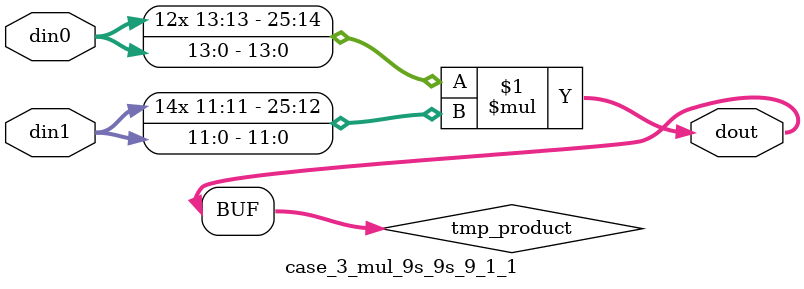
<source format=v>

`timescale 1 ns / 1 ps

 module case_3_mul_9s_9s_9_1_1(din0, din1, dout);
parameter ID = 1;
parameter NUM_STAGE = 0;
parameter din0_WIDTH = 14;
parameter din1_WIDTH = 12;
parameter dout_WIDTH = 26;

input [din0_WIDTH - 1 : 0] din0; 
input [din1_WIDTH - 1 : 0] din1; 
output [dout_WIDTH - 1 : 0] dout;

wire signed [dout_WIDTH - 1 : 0] tmp_product;



























assign tmp_product = $signed(din0) * $signed(din1);








assign dout = tmp_product;





















endmodule

</source>
